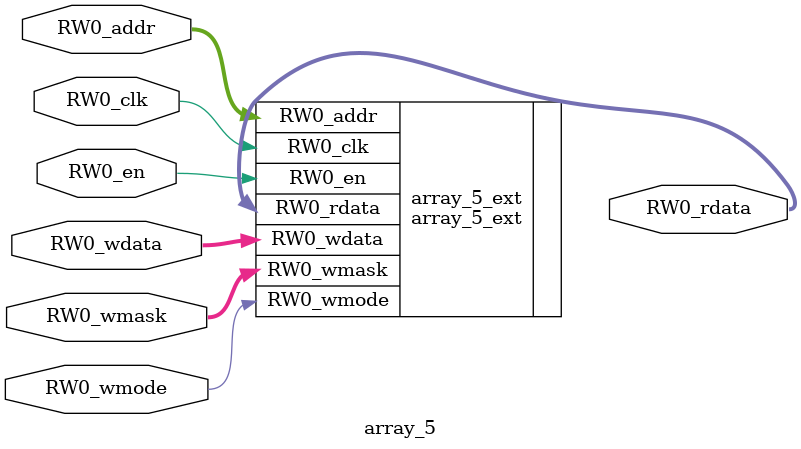
<source format=sv>
`ifndef RANDOMIZE
  `ifdef RANDOMIZE_MEM_INIT
    `define RANDOMIZE
  `endif // RANDOMIZE_MEM_INIT
`endif // not def RANDOMIZE
`ifndef RANDOMIZE
  `ifdef RANDOMIZE_REG_INIT
    `define RANDOMIZE
  `endif // RANDOMIZE_REG_INIT
`endif // not def RANDOMIZE

`ifndef RANDOM
  `define RANDOM $random
`endif // not def RANDOM

// Users can define INIT_RANDOM as general code that gets injected into the
// initializer block for modules with registers.
`ifndef INIT_RANDOM
  `define INIT_RANDOM
`endif // not def INIT_RANDOM

// If using random initialization, you can also define RANDOMIZE_DELAY to
// customize the delay used, otherwise 0.002 is used.
`ifndef RANDOMIZE_DELAY
  `define RANDOMIZE_DELAY 0.002
`endif // not def RANDOMIZE_DELAY

// Define INIT_RANDOM_PROLOG_ for use in our modules below.
`ifndef INIT_RANDOM_PROLOG_
  `ifdef RANDOMIZE
    `ifdef VERILATOR
      `define INIT_RANDOM_PROLOG_ `INIT_RANDOM
    `else  // VERILATOR
      `define INIT_RANDOM_PROLOG_ `INIT_RANDOM #`RANDOMIZE_DELAY begin end
    `endif // VERILATOR
  `else  // RANDOMIZE
    `define INIT_RANDOM_PROLOG_
  `endif // RANDOMIZE
`endif // not def INIT_RANDOM_PROLOG_

// Include register initializers in init blocks unless synthesis is set
`ifndef SYNTHESIS
  `ifndef ENABLE_INITIAL_REG_
    `define ENABLE_INITIAL_REG_
  `endif // not def ENABLE_INITIAL_REG_
`endif // not def SYNTHESIS

// Include rmemory initializers in init blocks unless synthesis is set
`ifndef SYNTHESIS
  `ifndef ENABLE_INITIAL_MEM_
    `define ENABLE_INITIAL_MEM_
  `endif // not def ENABLE_INITIAL_MEM_
`endif // not def SYNTHESIS

module array_5(
  input  [6:0]  RW0_addr,
  input         RW0_en,
  input         RW0_clk,
  input         RW0_wmode,
  input  [23:0] RW0_wdata,
  output [23:0] RW0_rdata,
  input  [3:0]  RW0_wmask
);

  array_5_ext array_5_ext (
    .RW0_addr  (RW0_addr),
    .RW0_en    (RW0_en),
    .RW0_clk   (RW0_clk),
    .RW0_wmode (RW0_wmode),
    .RW0_wdata (RW0_wdata),
    .RW0_rdata (RW0_rdata),
    .RW0_wmask (RW0_wmask)
  );
endmodule


</source>
